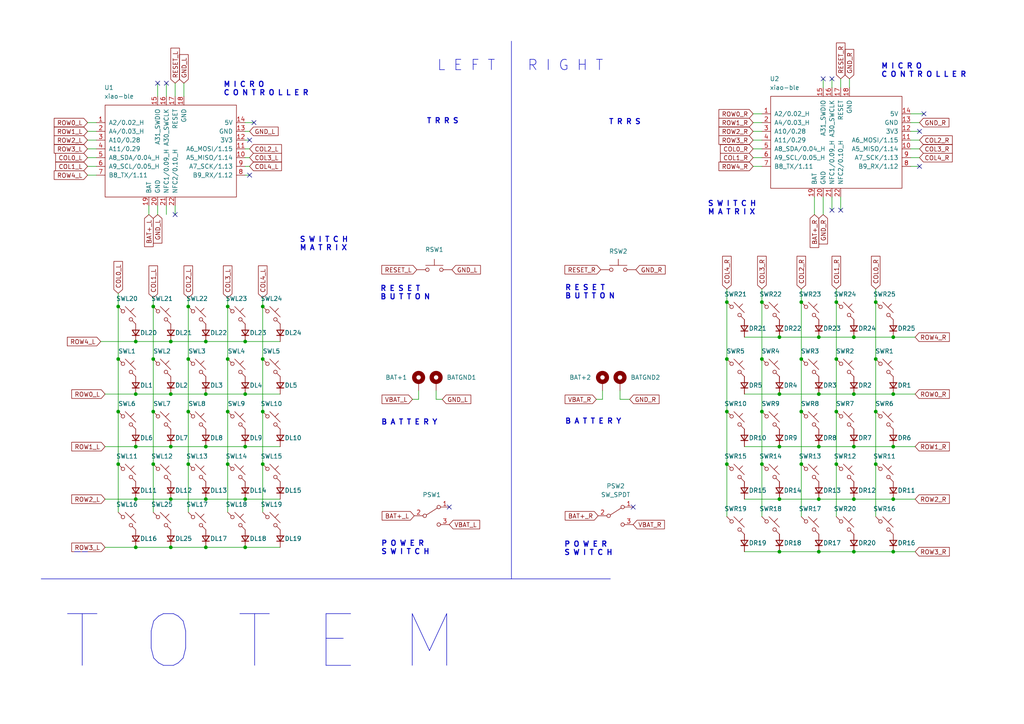
<source format=kicad_sch>
(kicad_sch (version 20231120) (generator "eeschema") (generator_version "8.0")
  (paper "A4")
  (title_block (title "TOTEM++ split keyboard") (date "2025-01-27") (rev "0.3") (comment 1 "made by GEIST, adapted by nxtrm"))
  (lib_symbols
    (symbol "Device:D_Small" (pin_numbers hide) (pin_names (offset 0.254) hide)
      (property "Reference" "D" (at -1.27 2.032 0))
      (property "Value" "D_Small" (at -3.81 -2.032 0))
      (symbol "D_Small_0_1"
        (polyline (pts (xy -0.762 -1.016) (xy -0.762 1.016)) (stroke (width 0.254)))
        (polyline (pts (xy -0.762 0) (xy 0.762 0)))
        (polyline (pts (xy 0.762 -1.016) (xy -0.762 0) (xy 0.762 1.016) (xy 0.762 -1.016)) (stroke (width 0.254)))
      )
      (symbol "D_Small_1_1"
        (pin passive line (at -2.54 0 0) (length 1.778) (name "K") (number "1"))
        (pin passive line (at 2.54 0 180) (length 1.778) (name "A") (number "2"))
      )
    )
    (symbol "Mechanical:MountingHole_Pad" (pin_numbers hide) (pin_names (offset 1.016) hide)
      (property "Reference" "H" (at 0 6.35 0))
      (property "Value" "MountingHole_Pad" (at 0 4.445 0))
      (symbol "MountingHole_Pad_0_1"
        (circle (center 0 1.27) (radius 1.27) (stroke (width 1.27)))
      )
      (symbol "MountingHole_Pad_1_1"
        (pin input line (at 0 -2.54 90) (length 2.54) (name "1") (number "1"))
      )
    )
    (symbol "Switch:SW_Push" (pin_numbers hide) (pin_names (offset 1.016) hide)
      (property "Reference" "SW" (at 1.27 2.54 0))
      (property "Value" "SW_Push" (at 0 -1.524 0))
      (symbol "SW_Push_0_1"
        (circle (center -2.032 0) (radius 0.508))
        (polyline (pts (xy 0 1.27) (xy 0 3.048)))
        (polyline (pts (xy 2.54 1.27) (xy -2.54 1.27)))
        (circle (center 2.032 0) (radius 0.508))
        (pin passive line (at -5.08 0 0) (length 2.54) (name "1") (number "1"))
        (pin passive line (at 5.08 0 180) (length 2.54) (name "2") (number "2"))
      )
    )
    (symbol "Switch:SW_Push_45deg" (pin_numbers hide) (pin_names (offset 1.016) hide)
      (property "Reference" "SW" (at 3.048 1.016 0))
      (property "Value" "SW_Push_45deg" (at 0 -3.81 0))
      (symbol "SW_Push_45deg_0_1"
        (circle (center -1.1684 1.1684) (radius 0.508))
        (polyline (pts (xy -0.508 2.54) (xy 2.54 -0.508)))
        (polyline (pts (xy 1.016 1.016) (xy 2.032 2.032)))
        (polyline (pts (xy -2.54 2.54) (xy -1.524 1.524) (xy -1.524 1.524)))
        (polyline (pts (xy 1.524 -1.524) (xy 2.54 -2.54) (xy 2.54 -2.54) (xy 2.54 -2.54)))
        (circle (center 1.143 -1.1938) (radius 0.508))
        (pin passive line (at -2.54 2.54 0) (length 0) (name "1") (number "1"))
        (pin passive line (at 2.54 -2.54 180) (length 0) (name "2") (number "2"))
      )
    )
    (symbol "Switch:SW_SPDT" (pin_names (offset 0) hide)
      (property "Reference" "SW" (at 0 4.318 0))
      (property "Value" "SW_SPDT" (at 0 -5.08 0))
      (symbol "SW_SPDT_0_0"
        (circle (center -2.032 0) (radius 0.508))
        (circle (center 2.032 -2.54) (radius 0.508))
      )
      (symbol "SW_SPDT_0_1"
        (polyline (pts (xy -1.524 0.254) (xy 1.651 2.286)))
        (circle (center 2.032 2.54) (radius 0.508))
      )
      (symbol "SW_SPDT_1_1"
        (pin passive line (at 5.08 2.54 180) (length 2.54) (name "A") (number "1"))
        (pin passive line (at -5.08 0 0) (length 2.54) (name "B") (number "2"))
        (pin passive line (at 5.08 -2.54 180) (length 2.54) (name "C") (number "3"))
      )
    )
    (symbol "mcu:xiao-ble" (pin_names (offset 1.016))
      (property "Reference" "U" (at -17.78 16.51 0))
      (property "Value" "xiao-ble" (at -15.24 13.97 0))
      (symbol "xiao-ble_0_1"
        (rectangle (start -19.05 12.7) (end 19.05 -13.97))
      )
      (symbol "xiao-ble_1_1"
        (pin bidirectional line (at -21.59 7.62 0) (length 2.54) (name "A2/0.02_H") (number "1"))
        (pin bidirectional line (at 21.59 -2.54 180) (length 2.54) (name "A5_MISO/1.14") (number "10"))
        (pin bidirectional line (at 21.59 0 180) (length 2.54) (name "A6_MOSI/1.15") (number "11"))
        (pin power_out line (at 21.59 2.54 180) (length 2.54) (name "3V3") (number "12"))
        (pin power_out line (at 21.59 5.08 180) (length 2.54) (name "GND") (number "13"))
        (pin power_out line (at 21.59 7.62 180) (length 2.54) (name "5V") (number "14"))
        (pin input line (at -3.81 15.24 270) (length 2.54) (name "A31_SWDIO") (number "15"))
        (pin input line (at -1.27 15.24 270) (length 2.54) (name "A30_SWCLK") (number "16"))
        (pin input line (at 1.27 15.24 270) (length 2.54) (name "RESET") (number "17"))
        (pin power_out line (at 3.81 15.24 270) (length 2.54) (name "GND") (number "18"))
        (pin bidirectional line (at -6.35 -16.51 90) (length 2.54) (name "BAT") (number "19"))
        (pin bidirectional line (at -21.59 5.08 0) (length 2.54) (name "A4/0.03_H") (number "2"))
        (pin power_out line (at -3.81 -16.51 90) (length 2.54) (name "GND") (number "20"))
        (pin bidirectional line (at -1.27 -16.51 90) (length 2.54) (name "NFC1/0.09_H") (number "21"))
        (pin bidirectional line (at 1.27 -16.51 90) (length 2.54) (name "NFC2/0.10_H") (number "22"))
        (pin bidirectional line (at -21.59 2.54 0) (length 2.54) (name "A10/0.28") (number "3"))
        (pin bidirectional line (at -21.59 0 0) (length 2.54) (name "A11/0.29") (number "4"))
        (pin bidirectional line (at -21.59 -2.54 0) (length 2.54) (name "A8_SDA/0.04_H") (number "5"))
        (pin bidirectional line (at -21.59 -5.08 0) (length 2.54) (name "A9_SCL/0.05_H") (number "6"))
        (pin bidirectional line (at -21.59 -7.62 0) (length 2.54) (name "B8_TX/1.11") (number "7"))
        (pin bidirectional line (at 21.59 -7.62 180) (length 2.54) (name "B9_RX/1.12") (number "8"))
        (pin bidirectional line (at 21.59 -5.08 180) (length 2.54) (name "A7_SCK/1.13") (number "9"))
      )
    )
  )
  (junction (at 34.29 104.14))
  (junction (at 34.29 134.62))
  (junction (at 54.61 88.9))
  (junction (at 226.06 129.54))
  (junction (at 49.53 114.3))
  (junction (at 44.45 119.38))
  (junction (at 49.53 158.75))
  (junction (at 226.06 97.79))
  (junction (at 54.61 119.38))
  (junction (at 59.69 99.06))
  (junction (at 71.12 129.54))
  (junction (at 226.06 144.78))
  (junction (at 226.06 160.02))
  (junction (at 237.49 114.3))
  (junction (at 254 87.63))
  (junction (at 49.53 144.78))
  (junction (at 39.37 158.75))
  (junction (at 34.29 88.9))
  (junction (at 232.41 119.38))
  (junction (at 44.45 134.62))
  (junction (at 259.08 144.78))
  (junction (at 76.2 104.14))
  (junction (at 71.12 144.78))
  (junction (at 220.98 119.38))
  (junction (at 237.49 160.02))
  (junction (at 247.65 144.78))
  (junction (at 76.2 119.38))
  (junction (at 237.49 97.79))
  (junction (at 44.45 104.14))
  (junction (at 71.12 114.3))
  (junction (at 247.65 97.79))
  (junction (at 220.98 87.63))
  (junction (at 210.82 134.62))
  (junction (at 66.04 88.9))
  (junction (at 232.41 134.62))
  (junction (at 71.12 99.06))
  (junction (at 54.61 104.14))
  (junction (at 247.65 129.54))
  (junction (at 242.57 104.14))
  (junction (at 242.57 87.63))
  (junction (at 59.69 144.78))
  (junction (at 39.37 144.78))
  (junction (at 232.41 104.14))
  (junction (at 44.45 88.9))
  (junction (at 247.65 114.3))
  (junction (at 76.2 88.9))
  (junction (at 210.82 104.14))
  (junction (at 66.04 104.14))
  (junction (at 59.69 114.3))
  (junction (at 59.69 158.75))
  (junction (at 259.08 129.54))
  (junction (at 210.82 87.63))
  (junction (at 49.53 129.54))
  (junction (at 34.29 119.38))
  (junction (at 259.08 114.3))
  (junction (at 71.12 158.75))
  (junction (at 259.08 97.79))
  (junction (at 237.49 129.54))
  (junction (at 247.65 160.02))
  (junction (at 242.57 134.62))
  (junction (at 220.98 134.62))
  (junction (at 54.61 134.62))
  (junction (at 39.37 99.06))
  (junction (at 259.08 160.02))
  (junction (at 254 119.38))
  (junction (at 232.41 87.63))
  (junction (at 242.57 119.38))
  (junction (at 39.37 129.54))
  (junction (at 66.04 119.38))
  (junction (at 76.2 134.62))
  (junction (at 254 134.62))
  (junction (at 66.04 134.62))
  (junction (at 226.06 114.3))
  (junction (at 59.69 129.54))
  (junction (at 237.49 144.78))
  (junction (at 39.37 114.3))
  (junction (at 254 104.14))
  (junction (at 220.98 104.14))
  (junction (at 49.53 99.06))
  (junction (at 210.82 119.38))
  (no_connect (at 266.7 38.1))
  (no_connect (at 266.7 48.26))
  (no_connect (at 238.76 22.86))
  (no_connect (at 241.3 22.86))
  (no_connect (at 241.3 60.96))
  (no_connect (at 50.8 62.23))
  (no_connect (at 183.642 147.066))
  (no_connect (at 48.26 24.13))
  (no_connect (at 45.72 24.13))
  (no_connect (at 72.39 40.64))
  (no_connect (at 72.39 50.8))
  (no_connect (at 267.97 33.02))
  (no_connect (at 73.66 35.56))
  (no_connect (at 130.302 147.066))
  (no_connect (at 243.84 60.96))
  (wire (pts (xy 215.9 144.78) (xy 226.06 144.78)))
  (wire (pts (xy 29.21 99.06) (xy 39.37 99.06)))
  (wire (pts (xy 49.53 158.75) (xy 59.69 158.75)))
  (wire (pts (xy 43.18 59.69) (xy 43.18 62.23)))
  (wire (pts (xy 218.44 33.02) (xy 220.98 33.02)))
  (wire (pts (xy 215.9 129.54) (xy 226.06 129.54)))
  (wire (pts (xy 34.29 85.09) (xy 34.29 88.9)))
  (wire (pts (xy 247.65 114.3) (xy 259.08 114.3)))
  (wire (pts (xy 179.832 113.284) (xy 179.832 115.824)))
  (wire (pts (xy 71.12 35.56) (xy 73.66 35.56)))
  (wire (pts (xy 126.492 115.824) (xy 128.27 115.824)))
  (wire (pts (xy 126.492 113.284) (xy 126.492 115.824)))
  (wire (pts (xy 34.29 88.9) (xy 34.29 104.14)))
  (wire (pts (xy 259.08 97.79) (xy 265.43 97.79)))
  (wire (pts (xy 247.65 160.02) (xy 259.08 160.02)))
  (wire (pts (xy 66.04 88.9) (xy 66.04 104.14)))
  (wire (pts (xy 49.53 99.06) (xy 59.69 99.06)))
  (wire (pts (xy 50.8 24.13) (xy 50.8 27.94)))
  (wire (pts (xy 44.45 86.36) (xy 44.45 88.9)))
  (wire (pts (xy 66.04 104.14) (xy 66.04 119.38)))
  (wire (pts (xy 264.16 43.18) (xy 266.7 43.18)))
  (wire (pts (xy 241.3 57.15) (xy 241.3 60.96)))
  (wire (pts (xy 49.53 144.78) (xy 59.69 144.78)))
  (wire (pts (xy 25.4 35.56) (xy 27.94 35.56)))
  (wire (pts (xy 218.44 48.26) (xy 220.98 48.26)))
  (wire (pts (xy 54.61 88.9) (xy 54.61 104.14)))
  (wire (pts (xy 54.61 86.36) (xy 54.61 88.9)))
  (wire (pts (xy 71.12 129.54) (xy 81.28 129.54)))
  (wire (pts (xy 226.06 144.78) (xy 237.49 144.78)))
  (wire (pts (xy 210.82 134.62) (xy 210.82 149.86)))
  (wire (pts (xy 220.98 87.63) (xy 220.98 104.14)))
  (wire (pts (xy 210.82 119.38) (xy 210.82 134.62)))
  (wire (pts (xy 237.49 114.3) (xy 247.65 114.3)))
  (wire (pts (xy 218.44 43.18) (xy 220.98 43.18)))
  (wire (pts (xy 66.04 119.38) (xy 66.04 134.62)))
  (wire (pts (xy 264.16 35.56) (xy 266.7 35.56)))
  (wire (pts (xy 54.61 134.62) (xy 54.61 148.59)))
  (wire (pts (xy 254 134.62) (xy 254 149.86)))
  (wire (pts (xy 39.37 129.54) (xy 49.53 129.54)))
  (wire (pts (xy 76.2 104.14) (xy 76.2 119.38)))
  (wire (pts (xy 242.57 104.14) (xy 242.57 119.38)))
  (wire (pts (xy 232.41 83.82) (xy 232.41 87.63)))
  (wire (pts (xy 215.9 114.3) (xy 226.06 114.3)))
  (wire (pts (xy 71.12 40.64) (xy 72.39 40.64)))
  (wire (pts (xy 34.29 134.62) (xy 34.29 148.59)))
  (wire (pts (xy 237.49 97.79) (xy 247.65 97.79)))
  (wire (pts (xy 232.41 87.63) (xy 232.41 104.14)))
  (wire (pts (xy 25.4 43.18) (xy 27.94 43.18)))
  (wire (pts (xy 48.26 24.13) (xy 48.26 27.94)))
  (wire (pts (xy 218.44 40.64) (xy 220.98 40.64)))
  (wire (pts (xy 30.48 129.54) (xy 39.37 129.54)))
  (wire (pts (xy 238.76 57.15) (xy 238.76 62.23)))
  (wire (pts (xy 71.12 48.26) (xy 72.39 48.26)))
  (wire (pts (xy 254 104.14) (xy 254 119.38)))
  (wire (pts (xy 71.12 99.06) (xy 81.28 99.06)))
  (wire (pts (xy 220.98 83.82) (xy 220.98 87.63)))
  (wire (pts (xy 254 87.63) (xy 254 104.14)))
  (wire (pts (xy 247.65 97.79) (xy 259.08 97.79)))
  (wire (pts (xy 39.37 144.78) (xy 49.53 144.78)))
  (wire (pts (xy 215.9 97.79) (xy 226.06 97.79)))
  (wire (pts (xy 45.72 24.13) (xy 45.72 27.94)))
  (wire (pts (xy 254 83.82) (xy 254 87.63)))
  (wire (pts (xy 71.12 50.8) (xy 72.39 50.8)))
  (polyline (pts (xy 21.59 160.02) (xy 25.4 160.02)) (stroke (width 0) (type dash)))
  (wire (pts (xy 44.45 134.62) (xy 44.45 148.59)))
  (wire (pts (xy 264.16 48.26) (xy 266.7 48.26)))
  (wire (pts (xy 264.16 33.02) (xy 267.97 33.02)))
  (wire (pts (xy 215.9 160.02) (xy 226.06 160.02)))
  (wire (pts (xy 71.12 114.3) (xy 81.28 114.3)))
  (wire (pts (xy 259.08 129.54) (xy 265.43 129.54)))
  (wire (pts (xy 39.37 99.06) (xy 49.53 99.06)))
  (wire (pts (xy 264.16 40.64) (xy 266.7 40.64)))
  (wire (pts (xy 242.57 119.38) (xy 242.57 134.62)))
  (wire (pts (xy 76.2 88.9) (xy 76.2 104.14)))
  (wire (pts (xy 76.2 86.36) (xy 76.2 88.9)))
  (wire (pts (xy 232.41 119.38) (xy 232.41 134.62)))
  (wire (pts (xy 39.37 158.75) (xy 49.53 158.75)))
  (wire (pts (xy 259.08 144.78) (xy 265.43 144.78)))
  (wire (pts (xy 25.4 40.64) (xy 27.94 40.64)))
  (wire (pts (xy 237.49 160.02) (xy 247.65 160.02)))
  (wire (pts (xy 66.04 86.36) (xy 66.04 88.9)))
  (wire (pts (xy 76.2 134.62) (xy 76.2 148.59)))
  (wire (pts (xy 119.634 115.824) (xy 121.412 115.824)))
  (wire (pts (xy 226.06 97.79) (xy 237.49 97.79)))
  (wire (pts (xy 220.98 104.14) (xy 220.98 119.38)))
  (wire (pts (xy 242.57 83.82) (xy 242.57 87.63)))
  (wire (pts (xy 243.84 57.15) (xy 243.84 60.96)))
  (wire (pts (xy 226.06 160.02) (xy 237.49 160.02)))
  (wire (pts (xy 220.98 134.62) (xy 220.98 149.86)))
  (wire (pts (xy 237.49 144.78) (xy 247.65 144.78)))
  (wire (pts (xy 246.38 22.86) (xy 246.38 25.4)))
  (polyline (pts (xy 148.336 11.938) (xy 148.336 167.894)) (stroke (width 0) (type solid)))
  (wire (pts (xy 121.412 115.824) (xy 121.412 113.284)))
  (wire (pts (xy 30.48 114.3) (xy 39.37 114.3)))
  (wire (pts (xy 76.2 119.38) (xy 76.2 134.62)))
  (wire (pts (xy 259.08 160.02) (xy 265.43 160.02)))
  (wire (pts (xy 53.34 24.13) (xy 53.34 27.94)))
  (wire (pts (xy 49.53 129.54) (xy 59.69 129.54)))
  (wire (pts (xy 25.4 45.72) (xy 27.94 45.72)))
  (wire (pts (xy 259.08 114.3) (xy 265.43 114.3)))
  (wire (pts (xy 264.16 38.1) (xy 266.7 38.1)))
  (polyline (pts (xy 11.938 167.894) (xy 177.038 167.894)) (stroke (width 0) (type solid)))
  (wire (pts (xy 59.69 144.78) (xy 71.12 144.78)))
  (wire (pts (xy 243.84 22.86) (xy 243.84 25.4)))
  (wire (pts (xy 172.974 115.824) (xy 174.752 115.824)))
  (wire (pts (xy 247.65 129.54) (xy 259.08 129.54)))
  (wire (pts (xy 238.76 22.86) (xy 238.76 25.4)))
  (wire (pts (xy 226.06 114.3) (xy 237.49 114.3)))
  (wire (pts (xy 50.8 59.69) (xy 50.8 62.23)))
  (wire (pts (xy 49.53 114.3) (xy 59.69 114.3)))
  (wire (pts (xy 59.69 129.54) (xy 71.12 129.54)))
  (wire (pts (xy 232.41 134.62) (xy 232.41 149.86)))
  (wire (pts (xy 264.16 45.72) (xy 266.7 45.72)))
  (wire (pts (xy 25.4 50.8) (xy 27.94 50.8)))
  (wire (pts (xy 44.45 104.14) (xy 44.45 119.38)))
  (wire (pts (xy 218.44 45.72) (xy 220.98 45.72)))
  (wire (pts (xy 44.45 119.38) (xy 44.45 134.62)))
  (wire (pts (xy 237.49 129.54) (xy 247.65 129.54)))
  (wire (pts (xy 39.37 114.3) (xy 49.53 114.3)))
  (wire (pts (xy 54.61 119.38) (xy 54.61 134.62)))
  (wire (pts (xy 218.44 35.56) (xy 220.98 35.56)))
  (wire (pts (xy 220.98 119.38) (xy 220.98 134.62)))
  (wire (pts (xy 66.04 134.62) (xy 66.04 148.59)))
  (wire (pts (xy 71.12 43.18) (xy 72.39 43.18)))
  (wire (pts (xy 174.752 115.824) (xy 174.752 113.284)))
  (wire (pts (xy 242.57 134.62) (xy 242.57 149.86)))
  (wire (pts (xy 241.3 22.86) (xy 241.3 25.4)))
  (wire (pts (xy 242.57 87.63) (xy 242.57 104.14)))
  (wire (pts (xy 59.69 158.75) (xy 71.12 158.75)))
  (wire (pts (xy 210.82 104.14) (xy 210.82 119.38)))
  (wire (pts (xy 25.4 48.26) (xy 27.94 48.26)))
  (wire (pts (xy 247.65 144.78) (xy 259.08 144.78)))
  (wire (pts (xy 30.48 144.78) (xy 39.37 144.78)))
  (wire (pts (xy 71.12 38.1) (xy 72.39 38.1)))
  (wire (pts (xy 25.4 38.1) (xy 27.94 38.1)))
  (wire (pts (xy 232.41 104.14) (xy 232.41 119.38)))
  (wire (pts (xy 71.12 158.75) (xy 81.28 158.75)))
  (wire (pts (xy 236.22 57.15) (xy 236.22 62.23)))
  (wire (pts (xy 54.61 104.14) (xy 54.61 119.38)))
  (wire (pts (xy 44.45 88.9) (xy 44.45 104.14)))
  (wire (pts (xy 34.29 104.14) (xy 34.29 119.38)))
  (wire (pts (xy 48.26 59.69) (xy 48.26 62.23)))
  (wire (pts (xy 179.832 115.824) (xy 182.626 115.824)))
  (wire (pts (xy 59.69 99.06) (xy 71.12 99.06)))
  (wire (pts (xy 59.69 114.3) (xy 71.12 114.3)))
  (wire (pts (xy 71.12 45.72) (xy 72.39 45.72)))
  (wire (pts (xy 45.72 59.69) (xy 45.72 62.23)))
  (wire (pts (xy 30.48 158.75) (xy 39.37 158.75)))
  (wire (pts (xy 34.29 119.38) (xy 34.29 134.62)))
  (wire (pts (xy 210.82 83.82) (xy 210.82 87.63)))
  (wire (pts (xy 218.44 38.1) (xy 220.98 38.1)))
  (wire (pts (xy 254 119.38) (xy 254 134.62)))
  (wire (pts (xy 71.12 144.78) (xy 81.28 144.78)))
  (wire (pts (xy 210.82 87.63) (xy 210.82 104.14)))
  (wire (pts (xy 226.06 129.54) (xy 237.49 129.54)))
  (text "M I C R O \nC O N T R O L L E R" (at 255.524 22.606 0) (effects (font (size 1.5 1.5) (thickness 0.3) (bold yes)) (justify left bottom)))
  (text "T R R S" (at 176.53 36.322 0) (effects (font (size 1.5 1.5) (thickness 0.3) (bold yes)) (justify left bottom)))
  (text "R E S E T \nB U T T O N" (at 110.236 87.122 0) (effects (font (size 1.5 1.5) (thickness 0.3) (bold yes)) (justify left bottom)))
  (text "S W I T C H\nM A T R I X" (at 86.868 72.898 0) (effects (font (size 1.5 1.5) (thickness 0.3) (bold yes)) (justify left bottom)))
  (text "P O W E R\nS W I T C H" (at 110.49 161.036 0) (effects (font (size 1.5 1.5) (thickness 0.3) (bold yes)) (justify left bottom)))
  (text "R E S E T \nB U T T O N" (at 163.83 86.868 0) (effects (font (size 1.5 1.5) (thickness 0.3) (bold yes)) (justify left bottom)))
  (text "T O T E M" (at 18.034 195.072 0) (effects (font (size 15 15)) (justify left bottom)))
  (text "S W I T C H\nM A T R I X" (at 205.232 62.484 0) (effects (font (size 1.5 1.5) (thickness 0.3) (bold yes)) (justify left bottom)))
  (text "T R R S" (at 123.698 36.068 0) (effects (font (size 1.5 1.5) (thickness 0.3) (bold yes)) (justify left bottom)))
  (text "B A T T E R Y" (at 110.49 123.444 0) (effects (font (size 1.5 1.5) (thickness 0.3) (bold yes)) (justify left bottom)))
  (text "P O W E R\nS W I T C H" (at 163.576 161.29 0) (effects (font (size 1.5 1.5) (thickness 0.3) (bold yes)) (justify left bottom)))
  (text "R I G H T" (at 152.908 20.828 0) (effects (font (size 3 3)) (justify left bottom)))
  (text "B A T T E R Y" (at 163.83 123.19 0) (effects (font (size 1.5 1.5) (thickness 0.3) (bold yes)) (justify left bottom)))
  (text "L E F T" (at 143.764 20.828 0) (effects (font (size 3 3)) (justify right bottom)))
  (text "M I C R O \nC O N T R O L L E R" (at 64.77 27.94 0) (effects (font (size 1.5 1.5) (thickness 0.3) (bold yes)) (justify left bottom)))
  (global_label "GND_L" (shape input) (at 131.064 78.232 0) (property "Intersheetrefs" "${INTERSHEET_REFS}" (effects (hide yes))))
  (global_label "ROW3_R" (shape input) (at 265.43 160.02 0) (property "Intersheetrefs" "${INTERSHEET_REFS}" (effects (hide yes))))
  (global_label "GND_R" (shape input) (at 266.7 35.56 0) (property "Intersheetrefs" "${INTERSHEET_REFS}" (effects (hide yes))))
  (global_label "COL3_L" (shape input) (at 66.04 86.36 90) (property "Intersheetrefs" "${INTERSHEET_REFS}" (effects (hide yes))))
  (global_label "COL4_L" (shape input) (at 76.2 86.36 90) (property "Intersheetrefs" "${INTERSHEET_REFS}" (effects (hide yes))))
  (global_label "ROW0_R" (shape input) (at 265.43 114.3 0) (property "Intersheetrefs" "${INTERSHEET_REFS}" (effects (hide yes))))
  (global_label "COL1_L" (shape input) (at 44.45 86.36 90) (property "Intersheetrefs" "${INTERSHEET_REFS}" (effects (hide yes))))
  (global_label "GND_L" (shape input) (at 53.34 24.13 90) (property "Intersheetrefs" "${INTERSHEET_REFS}" (effects (hide yes))))
  (global_label "COL2_R" (shape input) (at 232.41 83.82 90) (property "Intersheetrefs" "${INTERSHEET_REFS}" (effects (hide yes))))
  (global_label "GND_L" (shape input) (at 72.39 38.1 0) (property "Intersheetrefs" "${INTERSHEET_REFS}" (effects (hide yes))))
  (global_label "BAT+_L" (shape input) (at 120.142 149.606 180) (property "Intersheetrefs" "${INTERSHEET_REFS}" (effects (hide yes))))
  (global_label "ROW0_R" (shape input) (at 218.44 33.02 180) (property "Intersheetrefs" "${INTERSHEET_REFS}" (effects (hide yes))))
  (global_label "COL0_R" (shape input) (at 218.44 43.18 180) (property "Intersheetrefs" "${INTERSHEET_REFS}" (effects (hide yes))))
  (global_label "COL4_R" (shape input) (at 266.7 45.72 0) (property "Intersheetrefs" "${INTERSHEET_REFS}" (effects (hide yes))))
  (global_label "ROW4_L" (shape input) (at 29.21 99.06 180) (property "Intersheetrefs" "${INTERSHEET_REFS}" (effects (hide yes))))
  (global_label "RESET_R" (shape input) (at 243.84 22.86 90) (property "Intersheetrefs" "${INTERSHEET_REFS}" (effects (hide yes))))
  (global_label "RESET_R" (shape input) (at 174.244 78.232 180) (property "Intersheetrefs" "${INTERSHEET_REFS}" (effects (hide yes))))
  (global_label "ROW3_L" (shape input) (at 30.48 158.75 180) (property "Intersheetrefs" "${INTERSHEET_REFS}" (effects (hide yes))))
  (global_label "VBAT_R" (shape input) (at 183.642 152.146 0) (property "Intersheetrefs" "${INTERSHEET_REFS}" (effects (hide yes))))
  (global_label "GND_L" (shape input) (at 45.72 62.23 270) (property "Intersheetrefs" "${INTERSHEET_REFS}" (effects (hide yes))))
  (global_label "ROW4_R" (shape input) (at 218.44 48.26 180) (property "Intersheetrefs" "${INTERSHEET_REFS}" (effects (hide yes))))
  (global_label "RESET_L" (shape input) (at 120.904 78.232 180) (property "Intersheetrefs" "${INTERSHEET_REFS}" (effects (hide yes))))
  (global_label "VBAT_R" (shape input) (at 172.974 115.824 180) (property "Intersheetrefs" "${INTERSHEET_REFS}" (effects (hide yes))))
  (global_label "BAT+_L" (shape input) (at 43.18 62.23 270) (property "Intersheetrefs" "${INTERSHEET_REFS}" (effects (hide yes))))
  (global_label "COL1_R" (shape input) (at 218.44 45.72 180) (property "Intersheetrefs" "${INTERSHEET_REFS}" (effects (hide yes))))
  (global_label "ROW3_R" (shape input) (at 218.44 40.64 180) (property "Intersheetrefs" "${INTERSHEET_REFS}" (effects (hide yes))))
  (global_label "BAT+_R" (shape input) (at 173.482 149.606 180) (property "Intersheetrefs" "${INTERSHEET_REFS}" (effects (hide yes))))
  (global_label "ROW0_L" (shape input) (at 30.48 114.3 180) (property "Intersheetrefs" "${INTERSHEET_REFS}" (effects (hide yes))))
  (global_label "GND_L" (shape input) (at 128.27 115.824 0) (property "Intersheetrefs" "${INTERSHEET_REFS}" (effects (hide yes))))
  (global_label "VBAT_L" (shape input) (at 119.634 115.824 180) (property "Intersheetrefs" "${INTERSHEET_REFS}" (effects (hide yes))))
  (global_label "ROW1_R" (shape input) (at 265.43 129.54 0) (property "Intersheetrefs" "${INTERSHEET_REFS}" (effects (hide yes))))
  (global_label "BAT+_R" (shape input) (at 236.22 62.23 270) (property "Intersheetrefs" "${INTERSHEET_REFS}" (effects (hide yes))))
  (global_label "GND_R" (shape input) (at 182.626 115.824 0) (property "Intersheetrefs" "${INTERSHEET_REFS}" (effects (hide yes))))
  (global_label "GND_R" (shape input) (at 184.404 78.232 0) (property "Intersheetrefs" "${INTERSHEET_REFS}" (effects (hide yes))))
  (global_label "COL0_L" (shape input) (at 34.29 85.09 90) (property "Intersheetrefs" "${INTERSHEET_REFS}" (effects (hide yes))))
  (global_label "ROW3_L" (shape input) (at 25.4 43.18 180) (property "Intersheetrefs" "${INTERSHEET_REFS}" (effects (hide yes))))
  (global_label "COL3_R" (shape input) (at 266.7 43.18 0) (property "Intersheetrefs" "${INTERSHEET_REFS}" (effects (hide yes))))
  (global_label "COL4_R" (shape input) (at 210.82 83.82 90) (property "Intersheetrefs" "${INTERSHEET_REFS}" (effects (hide yes))))
  (global_label "RESET_L" (shape input) (at 50.8 24.13 90) (property "Intersheetrefs" "${INTERSHEET_REFS}" (effects (hide yes))))
  (global_label "COL3_R" (shape input) (at 220.98 83.82 90) (property "Intersheetrefs" "${INTERSHEET_REFS}" (effects (hide yes))))
  (global_label "ROW1_L" (shape input) (at 30.48 129.54 180) (property "Intersheetrefs" "${INTERSHEET_REFS}" (effects (hide yes))))
  (global_label "ROW2_L" (shape input) (at 25.4 40.64 180) (property "Intersheetrefs" "${INTERSHEET_REFS}" (effects (hide yes))))
  (global_label "GND_R" (shape input) (at 238.76 62.23 270) (property "Intersheetrefs" "${INTERSHEET_REFS}" (effects (hide yes))))
  (global_label "COL2_R" (shape input) (at 266.7 40.64 0) (property "Intersheetrefs" "${INTERSHEET_REFS}" (effects (hide yes))))
  (global_label "GND_R" (shape input) (at 246.38 22.86 90) (property "Intersheetrefs" "${INTERSHEET_REFS}" (effects (hide yes))))
  (global_label "VBAT_L" (shape input) (at 130.302 152.146 0) (property "Intersheetrefs" "${INTERSHEET_REFS}" (effects (hide yes))))
  (global_label "ROW1_L" (shape input) (at 25.4 38.1 180) (property "Intersheetrefs" "${INTERSHEET_REFS}" (effects (hide yes))))
  (global_label "COL1_R" (shape input) (at 242.57 83.82 90) (property "Intersheetrefs" "${INTERSHEET_REFS}" (effects (hide yes))))
  (global_label "ROW4_L" (shape input) (at 25.4 50.8 180) (property "Intersheetrefs" "${INTERSHEET_REFS}" (effects (hide yes))))
  (global_label "COL0_L" (shape input) (at 25.4 45.72 180) (property "Intersheetrefs" "${INTERSHEET_REFS}" (effects (hide yes))))
  (global_label "COL2_L" (shape input) (at 72.39 43.18 0) (property "Intersheetrefs" "${INTERSHEET_REFS}" (effects (hide yes))))
  (global_label "ROW1_R" (shape input) (at 218.44 35.56 180) (property "Intersheetrefs" "${INTERSHEET_REFS}" (effects (hide yes))))
  (global_label "ROW2_R" (shape input) (at 265.43 144.78 0) (property "Intersheetrefs" "${INTERSHEET_REFS}" (effects (hide yes))))
  (global_label "COL0_R" (shape input) (at 254 83.82 90) (property "Intersheetrefs" "${INTERSHEET_REFS}" (effects (hide yes))))
  (global_label "COL3_L" (shape input) (at 72.39 45.72 0) (property "Intersheetrefs" "${INTERSHEET_REFS}" (effects (hide yes))))
  (global_label "COL2_L" (shape input) (at 54.61 86.36 90) (property "Intersheetrefs" "${INTERSHEET_REFS}" (effects (hide yes))))
  (global_label "ROW4_R" (shape input) (at 265.43 97.79 0) (property "Intersheetrefs" "${INTERSHEET_REFS}" (effects (hide yes))))
  (global_label "ROW2_L" (shape input) (at 30.48 144.78 180) (property "Intersheetrefs" "${INTERSHEET_REFS}" (effects (hide yes))))
  (global_label "COL4_L" (shape input) (at 72.39 48.26 0) (property "Intersheetrefs" "${INTERSHEET_REFS}" (effects (hide yes))))
  (global_label "ROW0_L" (shape input) (at 25.4 35.56 180) (property "Intersheetrefs" "${INTERSHEET_REFS}" (effects (hide yes))))
  (global_label "COL1_L" (shape input) (at 25.4 48.26 180) (property "Intersheetrefs" "${INTERSHEET_REFS}" (effects (hide yes))))
  (global_label "ROW2_R" (shape input) (at 218.44 38.1 180) (property "Intersheetrefs" "${INTERSHEET_REFS}" (effects (hide yes))))
  (symbol (lib_id "Device:D_Small") (at 81.28 156.21 90) (unit 1)
    (property "Reference" "DL19" (at 82.55 156.21 90) (effects (justify right)))
    (property "Value" "D_Small" (effects (hide yes)))
    (property "Footprint" "TOTEMlib:Diode_SOD123" (effects (hide yes)))
  )
  (symbol (lib_id "Switch:SW_Push_45deg") (at 245.11 152.4 0) (unit 1)
    (property "Reference" "SWR20" (at 245.11 147.574 0))
    (property "Value" "SW_Push_45deg" (effects (hide yes)))
    (property "Footprint" "TOTEMlib:Kailh_socket_PG1350_optional" (effects (hide yes)))
  )
  (symbol (lib_id "Switch:SW_Push_45deg") (at 245.11 106.68 0) (unit 1)
    (property "Reference" "SWR2" (at 245.11 101.854 0))
    (property "Value" "SW_Push_45deg" (effects (hide yes)))
    (property "Footprint" "TOTEMlib:Kailh_socket_PG1350_optional" (effects (hide yes)))
  )
  (symbol (lib_id "Switch:SW_Push_45deg") (at 57.15 151.13 0) (unit 1)
    (property "Reference" "SWL17" (at 57.15 146.304 0))
    (property "Value" "SW_Push_45deg" (effects (hide yes)))
    (property "Footprint" "TOTEMlib:Kailh_socket_PG1350_optional" (effects (hide yes)))
  )
  (symbol (lib_id "Switch:SW_Push_45deg") (at 234.95 90.17 0) (unit 1)
    (property "Reference" "SWR23" (at 234.95 85.344 0))
    (property "Value" "SW_Push_45deg" (effects (hide yes)))
    (property "Footprint" "TOTEMlib:Kailh_socket_PG1350_optional" (effects (hide yes)))
  )
  (symbol (lib_id "Switch:SW_Push_45deg") (at 46.99 151.13 0) (unit 1)
    (property "Reference" "SWL25" (at 46.99 146.304 0))
    (property "Value" "SW_Push_45deg" (effects (hide yes)))
    (property "Footprint" "TOTEMlib:Kailh_socket_PG1350_optional" (effects (hide yes)))
  )
  (symbol (lib_id "Switch:SW_Push_45deg") (at 36.83 151.13 0) (unit 1)
    (property "Reference" "SWL16" (at 36.83 146.304 0))
    (property "Value" "SW_Push_45deg" (effects (hide yes)))
    (property "Footprint" "TOTEMlib:Kailh_socket_PG1350_optional" (effects (hide yes)))
  )
  (symbol (lib_id "Device:D_Small") (at 226.06 95.25 90) (unit 1)
    (property "Reference" "DR22" (at 227.33 95.25 90) (effects (justify right)))
    (property "Value" "D_Small" (effects (hide yes)))
    (property "Footprint" "TOTEMlib:Diode_SOD123" (effects (hide yes)))
  )
  (symbol (lib_id "Switch:SW_Push_45deg") (at 256.54 152.4 0) (unit 1)
    (property "Reference" "SWR16" (at 256.54 147.574 0))
    (property "Value" "SW_Push_45deg" (effects (hide yes)))
    (property "Footprint" "TOTEMlib:Kailh_socket_PG1350_optional" (effects (hide yes)))
  )
  (symbol (lib_id "Switch:SW_SPDT") (at 125.222 149.606 0) (unit 1)
    (property "Reference" "PSW1" (at 125.222 143.51 0))
    (property "Value" "SW_SPDT" (effects (hide yes)))
    (property "Footprint" "TOTEMlib:MSK12C02" (effects (hide yes)))
  )
  (symbol (lib_id "Switch:SW_Push_45deg") (at 68.58 106.68 0) (unit 1)
    (property "Reference" "SWL4" (at 68.58 101.854 0))
    (property "Value" "SW_Push_45deg" (effects (hide yes)))
    (property "Footprint" "TOTEMlib:Kailh_socket_PG1350_optional" (effects (hide yes)))
  )
  (symbol (lib_id "Device:D_Small") (at 259.08 127 90) (unit 1)
    (property "Reference" "DR6" (at 260.35 127 90) (effects (justify right)))
    (property "Value" "D_Small" (effects (hide yes)))
    (property "Footprint" "TOTEMlib:Diode_SOD123" (effects (hide yes)))
  )
  (symbol (lib_id "Mechanical:MountingHole_Pad") (at 121.412 110.744 0) (unit 1)
    (property "Reference" "BAT+1" (at 118.11 109.474 0) (effects (justify right)))
    (property "Value" "+" (effects (hide yes)))
    (property "Footprint" "TOTEMlib:BatteryPad" (effects (hide yes)))
  )
  (symbol (lib_id "Switch:SW_Push_45deg") (at 234.95 106.68 0) (unit 1)
    (property "Reference" "SWR3" (at 234.95 101.854 0))
    (property "Value" "SW_Push_45deg" (effects (hide yes)))
    (property "Footprint" "TOTEMlib:Kailh_socket_PG1350_optional" (effects (hide yes)))
  )
  (symbol (lib_id "Switch:SW_Push_45deg") (at 57.15 106.68 0) (unit 1)
    (property "Reference" "SWL3" (at 57.15 101.854 0))
    (property "Value" "SW_Push_45deg" (effects (hide yes)))
    (property "Footprint" "TOTEMlib:Kailh_socket_PG1350_optional" (effects (hide yes)))
  )
  (symbol (lib_id "Switch:SW_SPDT") (at 178.562 149.606 0) (unit 1)
    (property "Reference" "PSW2" (at 178.562 140.97 0))
    (property "Value" "SW_SPDT" (at 178.562 143.51 0))
    (property "Footprint" "TOTEMlib:MSK12C02" (effects (hide yes)))
  )
  (symbol (lib_id "Device:D_Small") (at 215.9 95.25 90) (unit 1)
    (property "Reference" "DR21" (at 217.17 95.25 90) (effects (justify right)))
    (property "Value" "D_Small" (effects (hide yes)))
    (property "Footprint" "TOTEMlib:Diode_SOD123" (effects (hide yes)))
  )
  (symbol (lib_id "Mechanical:MountingHole_Pad") (at 126.492 110.744 0) (unit 1)
    (property "Reference" "BATGND1" (at 129.54 109.474 0) (effects (justify left)))
    (property "Value" "-" (effects (hide yes)))
    (property "Footprint" "TOTEMlib:BatteryPad" (effects (hide yes)))
  )
  (symbol (lib_id "Device:D_Small") (at 215.9 111.76 90) (unit 1)
    (property "Reference" "DR5" (at 217.17 111.76 90) (effects (justify right)))
    (property "Value" "D_Small" (effects (hide yes)))
    (property "Footprint" "TOTEMlib:Diode_SOD123" (effects (hide yes)))
  )
  (symbol (lib_id "Device:D_Small") (at 71.12 96.52 90) (unit 1)
    (property "Reference" "DL23" (at 72.39 96.52 90) (effects (justify right)))
    (property "Value" "D_Small" (effects (hide yes)))
    (property "Footprint" "TOTEMlib:Diode_SOD123" (effects (hide yes)))
  )
  (symbol (lib_id "Switch:SW_Push_45deg") (at 256.54 90.17 0) (unit 1)
    (property "Reference" "SWR25" (at 256.54 85.344 0))
    (property "Value" "SW_Push_45deg" (effects (hide yes)))
    (property "Footprint" "TOTEMlib:Kailh_socket_PG1350_optional" (effects (hide yes)))
  )
  (symbol (lib_id "Device:D_Small") (at 247.65 157.48 90) (unit 1)
    (property "Reference" "DR20" (at 248.92 157.48 90) (effects (justify right)))
    (property "Value" "D_Small" (effects (hide yes)))
    (property "Footprint" "TOTEMlib:Diode_SOD123" (effects (hide yes)))
  )
  (symbol (lib_id "Switch:SW_Push_45deg") (at 213.36 121.92 0) (unit 1)
    (property "Reference" "SWR10" (at 213.36 117.094 0))
    (property "Value" "SW_Push_45deg" (effects (hide yes)))
    (property "Footprint" "TOTEMlib:Kailh_socket_PG1350_optional" (effects (hide yes)))
  )
  (symbol (lib_id "Switch:SW_Push") (at 125.984 78.232 0) (unit 1)
    (property "Reference" "RSW1" (at 125.984 72.39 0))
    (property "Value" "SW_Push" (effects (hide yes)))
    (property "Footprint" "TOTEMlib:SKHLLCA010" (effects (hide yes)))
  )
  (symbol (lib_id "Switch:SW_Push_45deg") (at 245.11 137.16 0) (unit 1)
    (property "Reference" "SWR12" (at 245.11 132.334 0))
    (property "Value" "SW_Push_45deg" (effects (hide yes)))
    (property "Footprint" "TOTEMlib:Kailh_socket_PG1350_optional" (effects (hide yes)))
  )
  (symbol (lib_id "Switch:SW_Push_45deg") (at 57.15 91.44 0) (unit 1)
    (property "Reference" "SWL22" (at 57.15 86.614 0))
    (property "Value" "SW_Push_45deg" (effects (hide yes)))
    (property "Footprint" "TOTEMlib:Kailh_socket_PG1350_optional" (effects (hide yes)))
  )
  (symbol (lib_id "Switch:SW_Push_45deg") (at 234.95 121.92 0) (unit 1)
    (property "Reference" "SWR8" (at 234.95 117.094 0))
    (property "Value" "SW_Push_45deg" (effects (hide yes)))
    (property "Footprint" "TOTEMlib:Kailh_socket_PG1350_optional" (effects (hide yes)))
  )
  (symbol (lib_id "Switch:SW_Push_45deg") (at 46.99 121.92 0) (unit 1)
    (property "Reference" "SWL7" (at 46.99 117.094 0))
    (property "Value" "SW_Push_45deg" (effects (hide yes)))
    (property "Footprint" "TOTEMlib:Kailh_socket_PG1350_optional" (effects (hide yes)))
  )
  (symbol (lib_id "Switch:SW_Push_45deg") (at 68.58 91.44 0) (unit 1)
    (property "Reference" "SWL23" (at 68.58 86.614 0))
    (property "Value" "SW_Push_45deg" (effects (hide yes)))
    (property "Footprint" "TOTEMlib:Kailh_socket_PG1350_optional" (effects (hide yes)))
  )
  (symbol (lib_id "mcu:xiao-ble") (at 49.53 43.18 0) (unit 1)
    (property "Reference" "U1" (at 30.226 25.4 0) (effects (justify left)))
    (property "Value" "xiao-ble" (at 30.226 27.94 0) (effects (justify left)))
    (property "Footprint" "TOTEMlib:xiao-ble-smd-cutout" (effects (hide yes)))
  )
  (symbol (lib_id "Device:D_Small") (at 226.06 142.24 90) (unit 1)
    (property "Reference" "DR14" (at 227.33 142.24 90) (effects (justify right)))
    (property "Value" "D_Small" (effects (hide yes)))
    (property "Footprint" "TOTEMlib:Diode_SOD123" (effects (hide yes)))
  )
  (symbol (lib_id "Switch:SW_Push_45deg") (at 234.95 137.16 0) (unit 1)
    (property "Reference" "SWR13" (at 234.95 132.334 0))
    (property "Value" "SW_Push_45deg" (effects (hide yes)))
    (property "Footprint" "TOTEMlib:Kailh_socket_PG1350_optional" (effects (hide yes)))
  )
  (symbol (lib_id "Device:D_Small") (at 39.37 111.76 90) (unit 1)
    (property "Reference" "DL1" (at 40.64 111.76 90) (effects (justify right)))
    (property "Value" "D_Small" (effects (hide yes)))
    (property "Footprint" "TOTEMlib:Diode_SOD123" (effects (hide yes)))
  )
  (symbol (lib_id "Switch:SW_Push_45deg") (at 213.36 90.17 0) (unit 1)
    (property "Reference" "SWR21" (at 213.36 85.344 0))
    (property "Value" "SW_Push_45deg" (effects (hide yes)))
    (property "Footprint" "TOTEMlib:Kailh_socket_PG1350_optional" (effects (hide yes)))
  )
  (symbol (lib_id "Device:D_Small") (at 259.08 157.48 90) (unit 1)
    (property "Reference" "DR16" (at 260.35 157.48 90) (effects (justify right)))
    (property "Value" "D_Small" (effects (hide yes)))
    (property "Footprint" "TOTEMlib:Diode_SOD123" (effects (hide yes)))
  )
  (symbol (lib_id "Switch:SW_Push_45deg") (at 213.36 106.68 0) (unit 1)
    (property "Reference" "SWR5" (at 213.36 101.854 0))
    (property "Value" "SW_Push_45deg" (effects (hide yes)))
    (property "Footprint" "TOTEMlib:Kailh_socket_PG1350_optional" (effects (hide yes)))
  )
  (symbol (lib_id "Device:D_Small") (at 49.53 111.76 90) (unit 1)
    (property "Reference" "DL2" (at 50.8 111.76 90) (effects (justify right)))
    (property "Value" "D_Small" (effects (hide yes)))
    (property "Footprint" "TOTEMlib:Diode_SOD123" (effects (hide yes)))
  )
  (symbol (lib_id "Switch:SW_Push_45deg") (at 57.15 121.92 0) (unit 1)
    (property "Reference" "SWL8" (at 57.15 117.094 0))
    (property "Value" "SW_Push_45deg" (effects (hide yes)))
    (property "Footprint" "TOTEMlib:Kailh_socket_PG1350_optional" (effects (hide yes)))
  )
  (symbol (lib_id "Switch:SW_Push_45deg") (at 68.58 137.16 0) (unit 1)
    (property "Reference" "SWL14" (at 68.58 132.334 0))
    (property "Value" "SW_Push_45deg" (effects (hide yes)))
    (property "Footprint" "TOTEMlib:Kailh_socket_PG1350_optional" (effects (hide yes)))
  )
  (symbol (lib_id "Device:D_Small") (at 71.12 142.24 90) (unit 1)
    (property "Reference" "DL14" (at 72.39 142.24 90) (effects (justify right)))
    (property "Value" "D_Small" (effects (hide yes)))
    (property "Footprint" "TOTEMlib:Diode_SOD123" (effects (hide yes)))
  )
  (symbol (lib_id "Device:D_Small") (at 215.9 142.24 90) (unit 1)
    (property "Reference" "DR15" (at 217.17 142.24 90) (effects (justify right)))
    (property "Value" "D_Small" (effects (hide yes)))
    (property "Footprint" "TOTEMlib:Diode_SOD123" (effects (hide yes)))
  )
  (symbol (lib_id "Switch:SW_Push_45deg") (at 78.74 151.13 0) (unit 1)
    (property "Reference" "SWL19" (at 78.74 146.304 0))
    (property "Value" "SW_Push_45deg" (effects (hide yes)))
    (property "Footprint" "TOTEMlib:Kailh_socket_PG1350_optional" (effects (hide yes)))
  )
  (symbol (lib_id "Switch:SW_Push_45deg") (at 213.36 152.4 0) (unit 1)
    (property "Reference" "SWR19" (at 213.36 147.574 0))
    (property "Value" "SW_Push_45deg" (effects (hide yes)))
    (property "Footprint" "TOTEMlib:Kailh_socket_PG1350_optional" (effects (hide yes)))
  )
  (symbol (lib_id "Switch:SW_Push_45deg") (at 234.95 152.4 0) (unit 1)
    (property "Reference" "SWR17" (at 234.95 147.574 0))
    (property "Value" "SW_Push_45deg" (effects (hide yes)))
    (property "Footprint" "TOTEMlib:Kailh_socket_PG1350_optional" (effects (hide yes)))
  )
  (symbol (lib_id "Switch:SW_Push_45deg") (at 245.11 121.92 0) (unit 1)
    (property "Reference" "SWR7" (at 245.11 117.094 0))
    (property "Value" "SW_Push_45deg" (effects (hide yes)))
    (property "Footprint" "TOTEMlib:Kailh_socket_PG1350_optional" (effects (hide yes)))
  )
  (symbol (lib_id "Switch:SW_Push_45deg") (at 36.83 106.68 0) (unit 1)
    (property "Reference" "SWL1" (at 36.83 101.854 0))
    (property "Value" "SW_Push_45deg" (effects (hide yes)))
    (property "Footprint" "TOTEMlib:Kailh_socket_PG1350_optional" (effects (hide yes)))
  )
  (symbol (lib_id "Device:D_Small") (at 81.28 111.76 90) (unit 1)
    (property "Reference" "DL5" (at 82.55 111.76 90) (effects (justify right)))
    (property "Value" "D_Small" (effects (hide yes)))
    (property "Footprint" "TOTEMlib:Diode_SOD123" (effects (hide yes)))
  )
  (symbol (lib_id "Device:D_Small") (at 226.06 111.76 90) (unit 1)
    (property "Reference" "DR4" (at 227.33 111.76 90) (effects (justify right)))
    (property "Value" "D_Small" (effects (hide yes)))
    (property "Footprint" "TOTEMlib:Diode_SOD123" (effects (hide yes)))
  )
  (symbol (lib_id "Device:D_Small") (at 237.49 142.24 90) (unit 1)
    (property "Reference" "DR13" (at 238.76 142.24 90) (effects (justify right)))
    (property "Value" "D_Small" (effects (hide yes)))
    (property "Footprint" "TOTEMlib:Diode_SOD123" (effects (hide yes)))
  )
  (symbol (lib_id "Mechanical:MountingHole_Pad") (at 179.832 110.744 0) (unit 1)
    (property "Reference" "BATGND2" (at 182.88 109.474 0) (effects (justify left)))
    (property "Value" "-" (effects (hide yes)))
    (property "Footprint" "TOTEMlib:BatteryPad" (effects (hide yes)))
  )
  (symbol (lib_id "Switch:SW_Push_45deg") (at 68.58 121.92 0) (unit 1)
    (property "Reference" "SWL9" (at 68.58 117.094 0))
    (property "Value" "SW_Push_45deg" (effects (hide yes)))
    (property "Footprint" "TOTEMlib:Kailh_socket_PG1350_optional" (effects (hide yes)))
  )
  (symbol (lib_id "Switch:SW_Push_45deg") (at 78.74 106.68 0) (unit 1)
    (property "Reference" "SWL5" (at 78.74 101.854 0))
    (property "Value" "SW_Push_45deg" (effects (hide yes)))
    (property "Footprint" "TOTEMlib:Kailh_socket_PG1350_optional" (effects (hide yes)))
  )
  (symbol (lib_id "Switch:SW_Push_45deg") (at 223.52 137.16 0) (unit 1)
    (property "Reference" "SWR14" (at 223.52 132.334 0))
    (property "Value" "SW_Push_45deg" (effects (hide yes)))
    (property "Footprint" "TOTEMlib:Kailh_socket_PG1350_optional" (effects (hide yes)))
  )
  (symbol (lib_id "Device:D_Small") (at 81.28 127 90) (unit 1)
    (property "Reference" "DL10" (at 82.55 127 90) (effects (justify right)))
    (property "Value" "D_Small" (effects (hide yes)))
    (property "Footprint" "TOTEMlib:Diode_SOD123" (effects (hide yes)))
  )
  (symbol (lib_id "Device:D_Small") (at 71.12 156.21 90) (unit 1)
    (property "Reference" "DL18" (at 72.39 156.21 90) (effects (justify right)))
    (property "Value" "D_Small" (effects (hide yes)))
    (property "Footprint" "TOTEMlib:Diode_SOD123" (effects (hide yes)))
  )
  (symbol (lib_id "Device:D_Small") (at 49.53 127 90) (unit 1)
    (property "Reference" "DL7" (at 50.8 127 90) (effects (justify right)))
    (property "Value" "D_Small" (effects (hide yes)))
    (property "Footprint" "TOTEMlib:Diode_SOD123" (effects (hide yes)))
  )
  (symbol (lib_id "Switch:SW_Push_45deg") (at 245.11 90.17 0) (unit 1)
    (property "Reference" "SWR24" (at 245.11 85.344 0))
    (property "Value" "SW_Push_45deg" (effects (hide yes)))
    (property "Footprint" "TOTEMlib:Kailh_socket_PG1350_optional" (effects (hide yes)))
  )
  (symbol (lib_id "Device:D_Small") (at 59.69 111.76 90) (unit 1)
    (property "Reference" "DL3" (at 60.96 111.76 90) (effects (justify right)))
    (property "Value" "D_Small" (effects (hide yes)))
    (property "Footprint" "TOTEMlib:Diode_SOD123" (effects (hide yes)))
  )
  (symbol (lib_id "Switch:SW_Push_45deg") (at 46.99 91.44 0) (unit 1)
    (property "Reference" "SWL21" (at 46.99 86.614 0))
    (property "Value" "SW_Push_45deg" (effects (hide yes)))
    (property "Footprint" "TOTEMlib:Kailh_socket_PG1350_optional" (effects (hide yes)))
  )
  (symbol (lib_id "Switch:SW_Push_45deg") (at 46.99 106.68 0) (unit 1)
    (property "Reference" "SWL2" (at 46.99 101.854 0))
    (property "Value" "SW_Push_45deg" (effects (hide yes)))
    (property "Footprint" "TOTEMlib:Kailh_socket_PG1350_optional" (effects (hide yes)))
  )
  (symbol (lib_id "Switch:SW_Push_45deg") (at 78.74 137.16 0) (unit 1)
    (property "Reference" "SWL15" (at 78.74 132.334 0))
    (property "Value" "SW_Push_45deg" (effects (hide yes)))
    (property "Footprint" "TOTEMlib:Kailh_socket_PG1350_optional" (effects (hide yes)))
  )
  (symbol (lib_id "Device:D_Small") (at 49.53 96.52 90) (unit 1)
    (property "Reference" "DL21" (at 50.8 96.52 90) (effects (justify right)))
    (property "Value" "D_Small" (effects (hide yes)))
    (property "Footprint" "TOTEMlib:Diode_SOD123" (effects (hide yes)))
  )
  (symbol (lib_id "Switch:SW_Push_45deg") (at 78.74 121.92 0) (unit 1)
    (property "Reference" "SWL10" (at 78.74 117.094 0))
    (property "Value" "SW_Push_45deg" (effects (hide yes)))
    (property "Footprint" "TOTEMlib:Kailh_socket_PG1350_optional" (effects (hide yes)))
  )
  (symbol (lib_id "Device:D_Small") (at 237.49 157.48 90) (unit 1)
    (property "Reference" "DR17" (at 238.76 157.48 90) (effects (justify right)))
    (property "Value" "D_Small" (effects (hide yes)))
    (property "Footprint" "TOTEMlib:Diode_SOD123" (effects (hide yes)))
  )
  (symbol (lib_id "Device:D_Small") (at 237.49 111.76 90) (unit 1)
    (property "Reference" "DR3" (at 238.76 111.76 90) (effects (justify right)))
    (property "Value" "D_Small" (effects (hide yes)))
    (property "Footprint" "TOTEMlib:Diode_SOD123" (effects (hide yes)))
  )
  (symbol (lib_id "Switch:SW_Push_45deg") (at 223.52 90.17 0) (unit 1)
    (property "Reference" "SWR22" (at 223.52 85.344 0))
    (property "Value" "SW_Push_45deg" (effects (hide yes)))
    (property "Footprint" "TOTEMlib:Kailh_socket_PG1350_optional" (effects (hide yes)))
  )
  (symbol (lib_id "Switch:SW_Push_45deg") (at 213.36 137.16 0) (unit 1)
    (property "Reference" "SWR15" (at 213.36 132.334 0))
    (property "Value" "SW_Push_45deg" (effects (hide yes)))
    (property "Footprint" "TOTEMlib:Kailh_socket_PG1350_optional" (effects (hide yes)))
  )
  (symbol (lib_id "Switch:SW_Push_45deg") (at 57.15 137.16 0) (unit 1)
    (property "Reference" "SWL13" (at 57.15 132.334 0))
    (property "Value" "SW_Push_45deg" (effects (hide yes)))
    (property "Footprint" "TOTEMlib:Kailh_socket_PG1350_optional" (effects (hide yes)))
  )
  (symbol (lib_id "Device:D_Small") (at 39.37 156.21 90) (unit 1)
    (property "Reference" "DL16" (at 40.64 156.21 90) (effects (justify right)))
    (property "Value" "D_Small" (effects (hide yes)))
    (property "Footprint" "TOTEMlib:Diode_SOD123" (effects (hide yes)))
  )
  (symbol (lib_id "Device:D_Small") (at 226.06 127 90) (unit 1)
    (property "Reference" "DR9" (at 227.33 127 90) (effects (justify right)))
    (property "Value" "D_Small" (effects (hide yes)))
    (property "Footprint" "TOTEMlib:Diode_SOD123" (effects (hide yes)))
  )
  (symbol (lib_id "Mechanical:MountingHole_Pad") (at 174.752 110.744 0) (unit 1)
    (property "Reference" "BAT+2" (at 171.45 109.474 0) (effects (justify right)))
    (property "Value" "+" (effects (hide yes)))
    (property "Footprint" "TOTEMlib:BatteryPad" (effects (hide yes)))
  )
  (symbol (lib_id "Device:D_Small") (at 81.28 142.24 90) (unit 1)
    (property "Reference" "DL15" (at 82.55 142.24 90) (effects (justify right)))
    (property "Value" "D_Small" (effects (hide yes)))
    (property "Footprint" "TOTEMlib:Diode_SOD123" (effects (hide yes)))
  )
  (symbol (lib_id "Device:D_Small") (at 259.08 142.24 90) (unit 1)
    (property "Reference" "DR11" (at 260.35 142.24 90) (effects (justify right)))
    (property "Value" "D_Small" (effects (hide yes)))
    (property "Footprint" "TOTEMlib:Diode_SOD123" (effects (hide yes)))
  )
  (symbol (lib_id "Switch:SW_Push") (at 179.324 78.232 0) (unit 1)
    (property "Reference" "RSW2" (at 179.324 72.898 0))
    (property "Value" "SW_Push" (effects (hide yes)))
    (property "Footprint" "TOTEMlib:SKHLLCA010" (effects (hide yes)))
  )
  (symbol (lib_id "Device:D_Small") (at 39.37 96.52 90) (unit 1)
    (property "Reference" "DL20" (at 40.64 96.52 90) (effects (justify right)))
    (property "Value" "D_Small" (effects (hide yes)))
    (property "Footprint" "TOTEMlib:Diode_SOD123" (effects (hide yes)))
  )
  (symbol (lib_id "Switch:SW_Push_45deg") (at 256.54 106.68 0) (unit 1)
    (property "Reference" "SWR1" (at 256.54 101.854 0))
    (property "Value" "SW_Push_45deg" (effects (hide yes)))
    (property "Footprint" "TOTEMlib:Kailh_socket_PG1350_optional" (effects (hide yes)))
  )
  (symbol (lib_id "Device:D_Small") (at 39.37 127 90) (unit 1)
    (property "Reference" "DL6" (at 40.64 127 90) (effects (justify right)))
    (property "Value" "D_Small" (effects (hide yes)))
    (property "Footprint" "TOTEMlib:Diode_SOD123" (effects (hide yes)))
  )
  (symbol (lib_id "Device:D_Small") (at 247.65 142.24 90) (unit 1)
    (property "Reference" "DR12" (at 248.92 142.24 90) (effects (justify right)))
    (property "Value" "D_Small" (effects (hide yes)))
    (property "Footprint" "TOTEMlib:Diode_SOD123" (effects (hide yes)))
  )
  (symbol (lib_id "Device:D_Small") (at 215.9 157.48 90) (unit 1)
    (property "Reference" "DR19" (at 217.17 157.48 90) (effects (justify right)))
    (property "Value" "D_Small" (effects (hide yes)))
    (property "Footprint" "TOTEMlib:Diode_SOD123" (effects (hide yes)))
  )
  (symbol (lib_id "Device:D_Small") (at 59.69 156.21 90) (unit 1)
    (property "Reference" "DL17" (at 60.96 156.21 90) (effects (justify right)))
    (property "Value" "D_Small" (effects (hide yes)))
    (property "Footprint" "TOTEMlib:Diode_SOD123" (effects (hide yes)))
  )
  (symbol (lib_id "Device:D_Small") (at 59.69 127 90) (unit 1)
    (property "Reference" "DL8" (at 60.96 127 90) (effects (justify right)))
    (property "Value" "D_Small" (effects (hide yes)))
    (property "Footprint" "TOTEMlib:Diode_SOD123" (effects (hide yes)))
  )
  (symbol (lib_id "Switch:SW_Push_45deg") (at 223.52 121.92 0) (unit 1)
    (property "Reference" "SWR9" (at 223.52 117.094 0))
    (property "Value" "SW_Push_45deg" (effects (hide yes)))
    (property "Footprint" "TOTEMlib:Kailh_socket_PG1350_optional" (effects (hide yes)))
  )
  (symbol (lib_id "Device:D_Small") (at 39.37 142.24 90) (unit 1)
    (property "Reference" "DL11" (at 40.64 142.24 90) (effects (justify right)))
    (property "Value" "D_Small" (effects (hide yes)))
    (property "Footprint" "TOTEMlib:Diode_SOD123" (effects (hide yes)))
  )
  (symbol (lib_id "Device:D_Small") (at 259.08 111.76 90) (unit 1)
    (property "Reference" "DR1" (at 260.35 111.76 90) (effects (justify right)))
    (property "Value" "D_Small" (effects (hide yes)))
    (property "Footprint" "TOTEMlib:Diode_SOD123" (effects (hide yes)))
  )
  (symbol (lib_id "Device:D_Small") (at 59.69 142.24 90) (unit 1)
    (property "Reference" "DL13" (at 60.96 142.24 90) (effects (justify right)))
    (property "Value" "D_Small" (effects (hide yes)))
    (property "Footprint" "TOTEMlib:Diode_SOD123" (effects (hide yes)))
  )
  (symbol (lib_id "Device:D_Small") (at 237.49 127 90) (unit 1)
    (property "Reference" "DR8" (at 238.76 127 90) (effects (justify right)))
    (property "Value" "D_Small" (effects (hide yes)))
    (property "Footprint" "TOTEMlib:Diode_SOD123" (effects (hide yes)))
  )
  (symbol (lib_id "mcu:xiao-ble") (at 242.57 40.64 0) (unit 1)
    (property "Reference" "U2" (at 223.266 22.86 0) (effects (justify left)))
    (property "Value" "xiao-ble" (at 223.266 25.4 0) (effects (justify left)))
    (property "Footprint" "TOTEMlib:xiao-ble-smd-cutout" (effects (hide yes)))
  )
  (symbol (lib_id "Device:D_Small") (at 259.08 95.25 90) (unit 1)
    (property "Reference" "DR25" (at 260.35 95.25 90) (effects (justify right)))
    (property "Value" "D_Small" (effects (hide yes)))
    (property "Footprint" "TOTEMlib:Diode_SOD123" (effects (hide yes)))
  )
  (symbol (lib_id "Device:D_Small") (at 226.06 157.48 90) (unit 1)
    (property "Reference" "DR18" (at 227.33 157.48 90) (effects (justify right)))
    (property "Value" "D_Small" (effects (hide yes)))
    (property "Footprint" "TOTEMlib:Diode_SOD123" (effects (hide yes)))
  )
  (symbol (lib_id "Device:D_Small") (at 247.65 111.76 90) (unit 1)
    (property "Reference" "DR2" (at 248.92 111.76 90) (effects (justify right)))
    (property "Value" "D_Small" (effects (hide yes)))
    (property "Footprint" "TOTEMlib:Diode_SOD123" (effects (hide yes)))
  )
  (symbol (lib_id "Switch:SW_Push_45deg") (at 78.74 91.44 0) (unit 1)
    (property "Reference" "SWL24" (at 78.74 86.614 0))
    (property "Value" "SW_Push_45deg" (effects (hide yes)))
    (property "Footprint" "TOTEMlib:Kailh_socket_PG1350_optional" (effects (hide yes)))
  )
  (symbol (lib_id "Switch:SW_Push_45deg") (at 256.54 121.92 0) (unit 1)
    (property "Reference" "SWR6" (at 256.54 117.094 0))
    (property "Value" "SW_Push_45deg" (effects (hide yes)))
    (property "Footprint" "TOTEMlib:Kailh_socket_PG1350_optional" (effects (hide yes)))
  )
  (symbol (lib_id "Switch:SW_Push_45deg") (at 36.83 91.44 0) (unit 1)
    (property "Reference" "SWL20" (at 36.83 86.614 0))
    (property "Value" "SW_Push_45deg" (effects (hide yes)))
    (property "Footprint" "TOTEMlib:Kailh_socket_PG1350_optional" (effects (hide yes)))
  )
  (symbol (lib_id "Device:D_Small") (at 247.65 127 90) (unit 1)
    (property "Reference" "DR7" (at 248.92 127 90) (effects (justify right)))
    (property "Value" "D_Small" (effects (hide yes)))
    (property "Footprint" "TOTEMlib:Diode_SOD123" (effects (hide yes)))
  )
  (symbol (lib_id "Device:D_Small") (at 237.49 95.25 90) (unit 1)
    (property "Reference" "DR23" (at 238.76 95.25 90) (effects (justify right)))
    (property "Value" "D_Small" (effects (hide yes)))
    (property "Footprint" "TOTEMlib:Diode_SOD123" (effects (hide yes)))
  )
  (symbol (lib_id "Switch:SW_Push_45deg") (at 46.99 137.16 0) (unit 1)
    (property "Reference" "SWL12" (at 46.99 132.334 0))
    (property "Value" "SW_Push_45deg" (effects (hide yes)))
    (property "Footprint" "TOTEMlib:Kailh_socket_PG1350_optional" (effects (hide yes)))
  )
  (symbol (lib_id "Device:D_Small") (at 59.69 96.52 90) (unit 1)
    (property "Reference" "DL22" (at 60.96 96.52 90) (effects (justify right)))
    (property "Value" "D_Small" (effects (hide yes)))
    (property "Footprint" "TOTEMlib:Diode_SOD123" (effects (hide yes)))
  )
  (symbol (lib_id "Switch:SW_Push_45deg") (at 68.58 151.13 0) (unit 1)
    (property "Reference" "SWL18" (at 68.58 146.304 0))
    (property "Value" "SW_Push_45deg" (effects (hide yes)))
    (property "Footprint" "TOTEMlib:Kailh_socket_PG1350_optional" (effects (hide yes)))
  )
  (symbol (lib_id "Switch:SW_Push_45deg") (at 36.83 121.92 0) (unit 1)
    (property "Reference" "SWL6" (at 36.83 117.094 0))
    (property "Value" "SW_Push_45deg" (effects (hide yes)))
    (property "Footprint" "TOTEMlib:Kailh_socket_PG1350_optional" (effects (hide yes)))
  )
  (symbol (lib_id "Device:D_Small") (at 71.12 111.76 90) (unit 1)
    (property "Reference" "DL4" (at 72.39 111.76 90) (effects (justify right)))
    (property "Value" "D_Small" (effects (hide yes)))
    (property "Footprint" "TOTEMlib:Diode_SOD123" (effects (hide yes)))
  )
  (symbol (lib_id "Device:D_Small") (at 71.12 127 90) (unit 1)
    (property "Reference" "DL9" (at 72.39 127 90) (effects (justify right)))
    (property "Value" "D_Small" (effects (hide yes)))
    (property "Footprint" "TOTEMlib:Diode_SOD123" (effects (hide yes)))
  )
  (symbol (lib_id "Switch:SW_Push_45deg") (at 223.52 106.68 0) (unit 1)
    (property "Reference" "SWR4" (at 223.52 101.854 0))
    (property "Value" "SW_Push_45deg" (effects (hide yes)))
    (property "Footprint" "TOTEMlib:Kailh_socket_PG1350_optional" (effects (hide yes)))
  )
  (symbol (lib_id "Device:D_Small") (at 247.65 95.25 90) (unit 1)
    (property "Reference" "DR24" (at 248.92 95.25 90) (effects (justify right)))
    (property "Value" "D_Small" (effects (hide yes)))
    (property "Footprint" "TOTEMlib:Diode_SOD123" (effects (hide yes)))
  )
  (symbol (lib_id "Device:D_Small") (at 49.53 156.21 90) (unit 1)
    (property "Reference" "DL25" (at 50.8 156.21 90) (effects (justify right)))
    (property "Value" "D_Small" (effects (hide yes)))
    (property "Footprint" "TOTEMlib:Diode_SOD123" (effects (hide yes)))
  )
  (symbol (lib_id "Device:D_Small") (at 81.28 96.52 90) (unit 1)
    (property "Reference" "DL24" (at 82.55 96.52 90) (effects (justify right)))
    (property "Value" "D_Small" (effects (hide yes)))
    (property "Footprint" "TOTEMlib:Diode_SOD123" (effects (hide yes)))
  )
  (symbol (lib_id "Switch:SW_Push_45deg") (at 223.52 152.4 0) (unit 1)
    (property "Reference" "SWR18" (at 223.52 147.574 0))
    (property "Value" "SW_Push_45deg" (effects (hide yes)))
    (property "Footprint" "TOTEMlib:Kailh_socket_PG1350_optional" (effects (hide yes)))
  )
  (symbol (lib_id "Device:D_Small") (at 49.53 142.24 90) (unit 1)
    (property "Reference" "DL12" (at 50.8 142.24 90) (effects (justify right)))
    (property "Value" "D_Small" (effects (hide yes)))
    (property "Footprint" "TOTEMlib:Diode_SOD123" (effects (hide yes)))
  )
  (symbol (lib_id "Switch:SW_Push_45deg") (at 36.83 137.16 0) (unit 1)
    (property "Reference" "SWL11" (at 36.83 132.334 0))
    (property "Value" "SW_Push_45deg" (effects (hide yes)))
    (property "Footprint" "TOTEMlib:Kailh_socket_PG1350_optional" (effects (hide yes)))
  )
  (symbol (lib_id "Device:D_Small") (at 215.9 127 90) (unit 1)
    (property "Reference" "DR10" (at 217.17 127 90) (effects (justify right)))
    (property "Value" "D_Small" (effects (hide yes)))
    (property "Footprint" "TOTEMlib:Diode_SOD123" (effects (hide yes)))
  )
  (symbol (lib_id "Switch:SW_Push_45deg") (at 256.54 137.16 0) (unit 1)
    (property "Reference" "SWR11" (at 256.54 132.334 0))
    (property "Value" "SW_Push_45deg" (effects (hide yes)))
    (property "Footprint" "TOTEMlib:Kailh_socket_PG1350_optional" (effects (hide yes)))
  )
)
</source>
